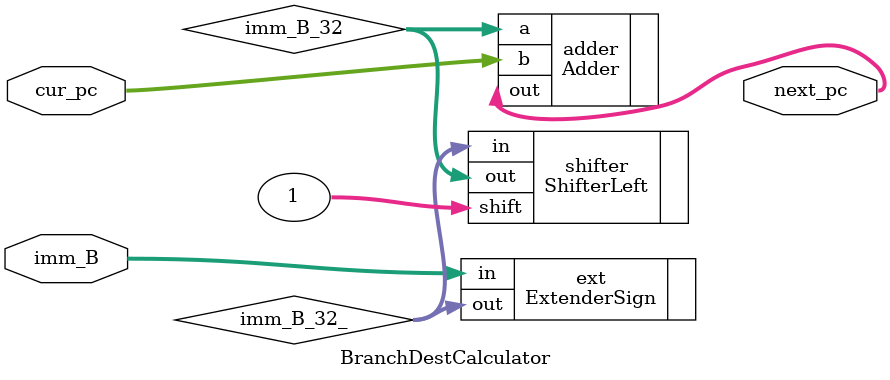
<source format=v>
module BranchDestCalculator (
    input [11:0] imm_B,
    input [31:0] cur_pc,
    output [31:0] next_pc
);
    wire [31:0] imm_B_32_, imm_B_32;


    ExtenderSign #(.INPUT_WIDTH(12), .OUTPUT_WIDTH(32)) ext(
        .in     (imm_B),
        .out    (imm_B_32_)
    );

    ShifterLeft #(.WIDTH(32)) shifter(
        .in     (imm_B_32_),
        .shift  ('b0_0001),
        .out    (imm_B_32)
    );

    Adder #(.WIDTH(32)) adder(
        .a(imm_B_32),
        .b(cur_pc),
        .out(next_pc)
    );
    
endmodule
</source>
